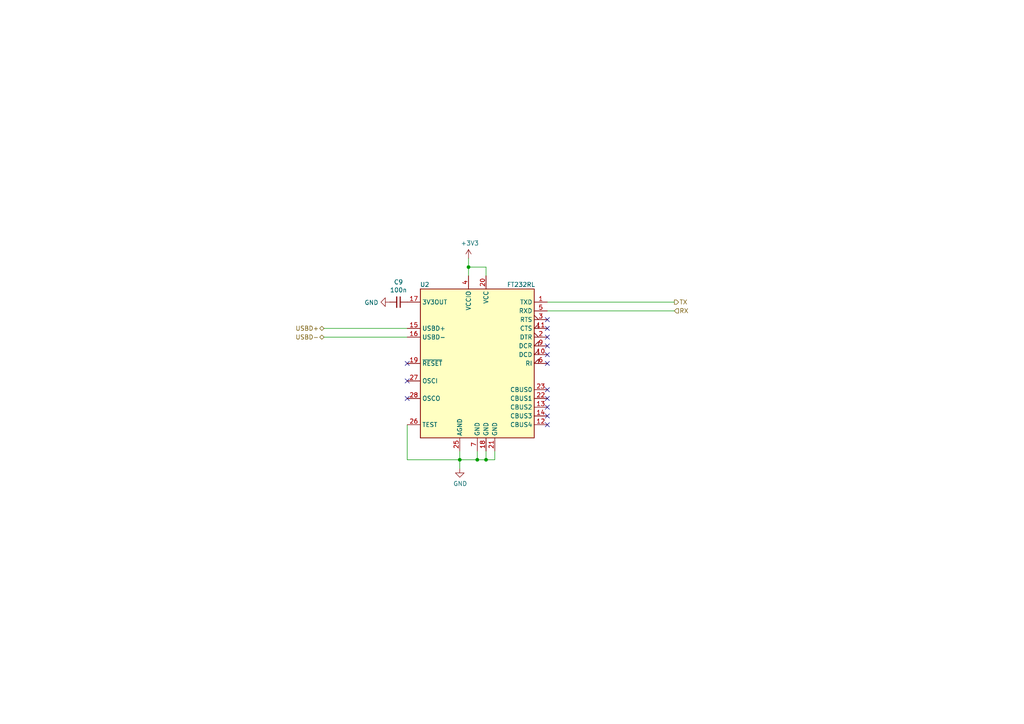
<source format=kicad_sch>
(kicad_sch (version 20230121) (generator eeschema)
  (paper "A4")
  (title_block (title "Electromagnetic Fault Injector") (date "2019-10-29") (rev "0.1") (company "Ledger"))
  (lib_symbols
    (symbol "Device:C_Small" (pin_numbers hide) (pin_names (offset 0.254) hide)
      (property "Reference" "C" (at 0.254 1.778 0))
      (property "Value" "C_Small" (at 0.254 -2.032 0))
      (symbol "C_Small_0_1"
        (polyline (pts (xy -1.524 -0.508) (xy 1.524 -0.508)) (stroke (width 0.3302)))
        (polyline (pts (xy -1.524 0.508) (xy 1.524 0.508)) (stroke (width 0.3048)))
      )
      (symbol "C_Small_1_1"
        (pin passive line (at 0 2.54 270) (length 2.032) (name "~") (number "1"))
        (pin passive line (at 0 -2.54 90) (length 2.032) (name "~") (number "2"))
      )
    )
    (symbol "Interface_USB:FT232RL"
      (property "Reference" "U" (at -16.51 22.86 0))
      (property "Value" "FT232RL" (at 10.16 22.86 0))
      (symbol "FT232RL_0_1"
        (rectangle (start -16.51 21.59) (end 16.51 -21.59) (stroke (width 0.254)) (fill (type background)))
      )
      (symbol "FT232RL_1_1"
        (pin output line (at 20.32 17.78 180) (length 3.81) (name "TXD") (number "1"))
        (pin input input_low (at 20.32 2.54 180) (length 3.81) (name "DCD") (number "10"))
        (pin input input_low (at 20.32 10.16 180) (length 3.81) (name "CTS") (number "11"))
        (pin bidirectional line (at 20.32 -17.78 180) (length 3.81) (name "CBUS4") (number "12"))
        (pin bidirectional line (at 20.32 -12.7 180) (length 3.81) (name "CBUS2") (number "13"))
        (pin bidirectional line (at 20.32 -15.24 180) (length 3.81) (name "CBUS3") (number "14"))
        (pin bidirectional line (at -20.32 10.16 0) (length 3.81) (name "USBD+") (number "15"))
        (pin bidirectional line (at -20.32 7.62 0) (length 3.81) (name "USBD-") (number "16"))
        (pin power_out line (at -20.32 17.78 0) (length 3.81) (name "3V3OUT") (number "17"))
        (pin power_in line (at 2.54 -25.4 90) (length 3.81) (name "GND") (number "18"))
        (pin input line (at -20.32 0 0) (length 3.81) (name "~{RESET}") (number "19"))
        (pin output output_low (at 20.32 7.62 180) (length 3.81) (name "DTR") (number "2"))
        (pin power_in line (at 2.54 25.4 270) (length 3.81) (name "VCC") (number "20"))
        (pin power_in line (at 5.08 -25.4 90) (length 3.81) (name "GND") (number "21"))
        (pin bidirectional line (at 20.32 -10.16 180) (length 3.81) (name "CBUS1") (number "22"))
        (pin bidirectional line (at 20.32 -7.62 180) (length 3.81) (name "CBUS0") (number "23"))
        (pin power_in line (at -5.08 -25.4 90) (length 3.81) (name "AGND") (number "25"))
        (pin input line (at -20.32 -17.78 0) (length 3.81) (name "TEST") (number "26"))
        (pin input line (at -20.32 -5.08 0) (length 3.81) (name "OSCI") (number "27"))
        (pin output line (at -20.32 -10.16 0) (length 3.81) (name "OSCO") (number "28"))
        (pin output output_low (at 20.32 12.7 180) (length 3.81) (name "RTS") (number "3"))
        (pin power_in line (at -2.54 25.4 270) (length 3.81) (name "VCCIO") (number "4"))
        (pin input line (at 20.32 15.24 180) (length 3.81) (name "RXD") (number "5"))
        (pin input input_low (at 20.32 0 180) (length 3.81) (name "RI") (number "6"))
        (pin power_in line (at 0 -25.4 90) (length 3.81) (name "GND") (number "7"))
        (pin input input_low (at 20.32 5.08 180) (length 3.81) (name "DCR") (number "9"))
      )
    )
    (symbol "power:+3V3" (power) (pin_names (offset 0))
      (property "Value" "+3V3" (at 0 3.556 0))
      (symbol "+3V3_0_1"
        (polyline (pts (xy -0.762 1.27) (xy 0 2.54)))
        (polyline (pts (xy 0 0) (xy 0 2.54)))
        (polyline (pts (xy 0 2.54) (xy 0.762 1.27)))
      )
      (symbol "+3V3_1_1"
        (pin power_in line (at 0 0 90) (length 0) hide (name "+3V3") (number "1"))
      )
    )
    (symbol "power:GND" (power) (pin_names (offset 0))
      (property "Value" "GND" (at 0 -3.81 0))
      (symbol "GND_0_1"
        (polyline (pts (xy 0 0) (xy 0 -1.27) (xy 1.27 -1.27) (xy 0 -2.54) (xy -1.27 -1.27) (xy 0 -1.27)))
      )
      (symbol "GND_1_1"
        (pin power_in line (at 0 0 270) (length 0) hide (name "GND") (number "1"))
      )
    )
  )
  (junction (at 133.35 133.35))
  (junction (at 135.89 77.47))
  (junction (at 138.43 133.35))
  (junction (at 140.97 133.35))
  (no_connect (at 158.75 115.57))
  (no_connect (at 158.75 92.71))
  (no_connect (at 158.75 123.19))
  (no_connect (at 158.75 95.25))
  (no_connect (at 158.75 105.41))
  (no_connect (at 118.11 115.57))
  (no_connect (at 158.75 113.03))
  (no_connect (at 158.75 102.87))
  (no_connect (at 158.75 97.79))
  (no_connect (at 158.75 118.11))
  (no_connect (at 118.11 105.41))
  (no_connect (at 158.75 100.33))
  (no_connect (at 158.75 120.65))
  (no_connect (at 118.11 110.49))
  (wire (pts (xy 133.35 133.35) (xy 118.11 133.35)))
  (wire (pts (xy 138.43 133.35) (xy 133.35 133.35)))
  (wire (pts (xy 133.35 133.35) (xy 133.35 135.89)))
  (wire (pts (xy 133.35 130.81) (xy 133.35 133.35)))
  (wire (pts (xy 140.97 133.35) (xy 138.43 133.35)))
  (wire (pts (xy 158.75 90.17) (xy 195.58 90.17)))
  (wire (pts (xy 118.11 123.19) (xy 118.11 133.35)))
  (wire (pts (xy 138.43 130.81) (xy 138.43 133.35)))
  (wire (pts (xy 140.97 130.81) (xy 140.97 133.35)))
  (wire (pts (xy 143.51 130.81) (xy 143.51 133.35)))
  (wire (pts (xy 135.89 80.01) (xy 135.89 77.47)))
  (wire (pts (xy 140.97 77.47) (xy 135.89 77.47)))
  (wire (pts (xy 135.89 74.93) (xy 135.89 77.47)))
  (wire (pts (xy 158.75 87.63) (xy 195.58 87.63)))
  (wire (pts (xy 93.98 97.79) (xy 118.11 97.79)))
  (wire (pts (xy 140.97 80.01) (xy 140.97 77.47)))
  (wire (pts (xy 93.98 95.25) (xy 118.11 95.25)))
  (wire (pts (xy 143.51 133.35) (xy 140.97 133.35)))
  (hierarchical_label "USBD+" (shape bidirectional) (at 93.98 95.25 180))
  (hierarchical_label "TX" (shape output) (at 195.58 87.63 0))
  (hierarchical_label "RX" (shape input) (at 195.58 90.17 0))
  (hierarchical_label "USBD-" (shape bidirectional) (at 93.98 97.79 180))
  (symbol (lib_id "Device:C_Small") (at 115.57 87.63 270) (unit 1)
    (property "Reference" "C9" (at 115.57 81.8134 90))
    (property "Value" "100n" (at 115.57 84.1248 90))
    (property "Footprint" "Capacitor_SMD:C_0603_1608Metric" (effects hide))
    (property "Manufacturer" "Multicomp" (effects hide))
    (property "Vendor" "Farnell" (effects hide))
    (property "ManufacturerRef" "MC0603B104K250CT" (effects hide))
    (property "VendorRef" "1759037" (effects hide))
    (property "Price" "0.0477" (effects hide))
    (property "Voltage" "25" (effects hide))
  )
  (symbol (lib_id "power:GND") (at 113.03 87.63 270) (unit 1)
    (property "Reference" "#PWR019" (effects hide))
    (property "Value" "GND" (at 109.7788 87.757 90) (effects (justify right)))
  )
  (symbol (lib_id "power:GND") (at 133.35 135.89 0) (unit 1)
    (property "Reference" "#PWR020" (effects hide))
    (property "Value" "GND" (at 133.477 140.2842 0))
  )
  (symbol (lib_id "Interface_USB:FT232RL") (at 138.43 105.41 0) (unit 1)
    (property "Reference" "U2" (at 123.19 82.55 0))
    (property "Value" "FT232RL" (at 151.13 82.55 0))
    (property "Footprint" "Package_SO:SSOP-28_5.3x10.2mm_P0.65mm" (effects hide))
    (property "Datasheet" "http://www.ftdichip.com/Products/ICs/FT232RL.htm" (effects hide))
    (property "Manufacturer" "FTDI" (effects hide))
    (property "ManufacturerRef" "FT232RL" (effects hide))
    (property "Vendor" "Farnell" (effects hide))
    (property "VendorRef" "1146032" (effects hide))
    (property "Price" "4.05" (effects hide))
  )
  (symbol (lib_id "power:+3V3") (at 135.89 74.93 0) (unit 1)
    (property "Reference" "#PWR021" (effects hide))
    (property "Value" "+3V3" (at 136.271 70.5358 0))
  )
)
</source>
